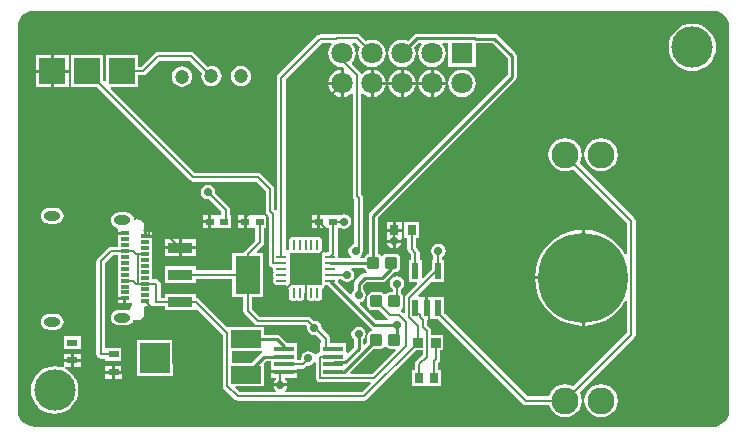
<source format=gtl>
G04 Layer_Physical_Order=1*
G04 Layer_Color=25308*
%FSLAX24Y24*%
%MOIN*%
G70*
G01*
G75*
%ADD10R,0.0354X0.0236*%
%ADD11R,0.0315X0.0354*%
%ADD12R,0.0320X0.0320*%
%ADD13R,0.0217X0.0550*%
%ADD14R,0.0827X0.1260*%
%ADD15R,0.0827X0.0354*%
%ADD16O,0.0354X0.0098*%
%ADD17O,0.0098X0.0354*%
%ADD18R,0.1063X0.1063*%
%ADD19R,0.0669X0.0177*%
G04:AMPARAMS|DCode=20|XSize=39.4mil|YSize=39.4mil|CornerRadius=4.9mil|HoleSize=0mil|Usage=FLASHONLY|Rotation=180.000|XOffset=0mil|YOffset=0mil|HoleType=Round|Shape=RoundedRectangle|*
%AMROUNDEDRECTD20*
21,1,0.0394,0.0295,0,0,180.0*
21,1,0.0295,0.0394,0,0,180.0*
1,1,0.0098,-0.0148,0.0148*
1,1,0.0098,0.0148,0.0148*
1,1,0.0098,0.0148,-0.0148*
1,1,0.0098,-0.0148,-0.0148*
%
%ADD20ROUNDEDRECTD20*%
%ADD21C,0.3000*%
%ADD22R,0.0276X0.0118*%
%ADD23R,0.0984X0.0984*%
%ADD24R,0.0984X0.0591*%
%ADD25R,0.0280X0.0240*%
%ADD26R,0.0295X0.0335*%
%ADD27C,0.0079*%
%ADD28C,0.0100*%
%ADD29C,0.0083*%
%ADD30R,0.0709X0.0709*%
%ADD31C,0.0709*%
%ADD32C,0.0900*%
%ADD33O,0.0551X0.0315*%
%ADD34R,0.0886X0.0886*%
%ADD35C,0.0472*%
%ADD36C,0.0276*%
%ADD37C,0.1378*%
%ADD38C,0.0197*%
G36*
X27068Y17759D02*
X27114Y17754D01*
X27206Y17742D01*
X27335Y17689D01*
X27446Y17604D01*
X27531Y17493D01*
X27585Y17363D01*
X27597Y17271D01*
X27602Y17225D01*
X27599Y17224D01*
Y17224D01*
X27599Y17178D01*
Y17178D01*
X27602Y4478D01*
X27599Y4429D01*
Y4429D01*
Y4429D01*
X27597Y4380D01*
X27597Y4380D01*
X27585Y4290D01*
X27531Y4161D01*
X27446Y4050D01*
X27335Y3965D01*
X27245Y3927D01*
X27197Y3914D01*
X27197D01*
X27197Y3914D01*
X27151Y3897D01*
X4428Y3895D01*
X4428Y3895D01*
X4382Y3899D01*
X4290Y3911D01*
X4161Y3965D01*
X4050Y4050D01*
X3965Y4161D01*
X3911Y4290D01*
X3900Y4379D01*
X3893Y4428D01*
X3897Y4429D01*
X3897Y4429D01*
X3897Y4476D01*
X3895Y17225D01*
X3895Y17225D01*
X3899Y17271D01*
X3911Y17363D01*
X3965Y17493D01*
X4050Y17604D01*
X4161Y17689D01*
X4290Y17742D01*
X4381Y17754D01*
X4430Y17756D01*
X4478Y17756D01*
X27021Y17759D01*
X27068Y17759D01*
X27068Y17759D01*
D02*
G37*
%LPC*%
G36*
X16387Y10027D02*
X16204D01*
X16213Y9984D01*
X16266Y9906D01*
X16344Y9853D01*
X16387Y9844D01*
Y10027D01*
D02*
G37*
G36*
X16670D02*
X16487D01*
Y9844D01*
X16530Y9853D01*
X16608Y9906D01*
X16661Y9984D01*
X16670Y10027D01*
D02*
G37*
G36*
X9261Y10139D02*
X8798D01*
Y9912D01*
X9261D01*
Y10139D01*
D02*
G37*
G36*
X22686Y10459D02*
X22485Y10443D01*
X22240Y10385D01*
X22008Y10288D01*
X21793Y10157D01*
X21601Y9993D01*
X21438Y9802D01*
X21306Y9587D01*
X21210Y9354D01*
X21151Y9109D01*
X21135Y8908D01*
X22686D01*
Y10459D01*
D02*
G37*
G36*
X9261Y9812D02*
X8798D01*
Y9585D01*
X9261D01*
Y9812D01*
D02*
G37*
G36*
X9824D02*
X9361D01*
Y9585D01*
X9824D01*
Y9812D01*
D02*
G37*
G36*
Y10139D02*
X9361D01*
Y9912D01*
X9824D01*
Y10139D01*
D02*
G37*
G36*
X16685Y10700D02*
X16487D01*
Y10483D01*
X16685D01*
Y10700D01*
D02*
G37*
G36*
X10242Y10678D02*
X10051D01*
Y10508D01*
X10242D01*
Y10678D01*
D02*
G37*
G36*
X10236Y11955D02*
X10143Y11937D01*
X10065Y11884D01*
X10012Y11805D01*
X9994Y11713D01*
X10012Y11620D01*
X10065Y11541D01*
X10143Y11489D01*
X10236Y11470D01*
X10268Y11477D01*
X10683Y11062D01*
Y10948D01*
X10342D01*
Y10728D01*
Y10508D01*
X11012D01*
Y10948D01*
X10971D01*
Y11122D01*
X10960Y11177D01*
X10929Y11224D01*
X10929Y11224D01*
X10472Y11680D01*
X10479Y11713D01*
X10460Y11805D01*
X10408Y11884D01*
X10329Y11937D01*
X10236Y11955D01*
D02*
G37*
G36*
X16685Y10383D02*
X16189D01*
Y10166D01*
X16189D01*
X16208Y10143D01*
X16204Y10127D01*
X16670D01*
X16666Y10143D01*
X16685Y10166D01*
X16685D01*
Y10383D01*
D02*
G37*
G36*
X8372Y10395D02*
X8184D01*
Y10286D01*
X8372D01*
Y10395D01*
D02*
G37*
G36*
X16387Y10700D02*
X16189D01*
Y10483D01*
X16387D01*
Y10700D01*
D02*
G37*
G36*
X7415Y8119D02*
X7227D01*
Y8010D01*
X7415D01*
Y8119D01*
D02*
G37*
G36*
X9057Y6773D02*
X7872D01*
Y5589D01*
X9057D01*
Y6773D01*
D02*
G37*
G36*
X7036Y5927D02*
X6809D01*
Y5759D01*
X7036D01*
Y5927D01*
D02*
G37*
G36*
X7364D02*
X7136D01*
Y5759D01*
X7364D01*
Y5927D01*
D02*
G37*
G36*
X23336Y5313D02*
X23193Y5294D01*
X23059Y5239D01*
X22944Y5151D01*
X22856Y5036D01*
X22800Y4902D01*
X22781Y4758D01*
X22800Y4615D01*
X22856Y4481D01*
X22944Y4366D01*
X23059Y4278D01*
X23193Y4222D01*
X23336Y4204D01*
X23480Y4222D01*
X23614Y4278D01*
X23728Y4366D01*
X23817Y4481D01*
X23872Y4615D01*
X23891Y4758D01*
X23872Y4902D01*
X23817Y5036D01*
X23728Y5151D01*
X23614Y5239D01*
X23480Y5294D01*
X23336Y5313D01*
D02*
G37*
G36*
X7036Y5659D02*
X6809D01*
Y5491D01*
X7036D01*
Y5659D01*
D02*
G37*
G36*
X7364D02*
X7136D01*
Y5491D01*
X7364D01*
Y5659D01*
D02*
G37*
G36*
X5659Y6052D02*
X5432D01*
Y5921D01*
Y5917D01*
Y5907D01*
X5432Y5903D01*
Y5900D01*
X5431Y5899D01*
X5431Y5899D01*
X5430Y5899D01*
X5430Y5898D01*
X5412Y5880D01*
X5364Y5868D01*
X5273Y5896D01*
X5118Y5911D01*
X4963Y5896D01*
X4815Y5851D01*
X4678Y5777D01*
X4558Y5679D01*
X4459Y5559D01*
X4386Y5422D01*
X4341Y5273D01*
X4325Y5118D01*
X4341Y4963D01*
X4386Y4815D01*
X4459Y4678D01*
X4558Y4558D01*
X4678Y4459D01*
X4815Y4386D01*
X4963Y4341D01*
X5118Y4325D01*
X5273Y4341D01*
X5422Y4386D01*
X5559Y4459D01*
X5679Y4558D01*
X5777Y4678D01*
X5851Y4815D01*
X5896Y4963D01*
X5911Y5118D01*
X5896Y5273D01*
X5851Y5422D01*
X5777Y5559D01*
X5679Y5679D01*
X5559Y5777D01*
X5484Y5817D01*
X5457Y5855D01*
X5463Y5877D01*
X5463Y5879D01*
X5464Y5882D01*
X5465Y5884D01*
X5465D01*
X5475Y5884D01*
X5475Y5884D01*
X5475Y5884D01*
X5659D01*
Y6052D01*
D02*
G37*
G36*
X5986Y6911D02*
X5432D01*
Y6475D01*
X5986D01*
Y6911D01*
D02*
G37*
G36*
X5157Y7646D02*
X4921D01*
X4854Y7637D01*
X4791Y7611D01*
X4738Y7569D01*
X4696Y7516D01*
X4670Y7453D01*
X4662Y7386D01*
X4670Y7319D01*
X4696Y7256D01*
X4738Y7202D01*
X4791Y7161D01*
X4854Y7135D01*
X4921Y7126D01*
X5157D01*
X5225Y7135D01*
X5287Y7161D01*
X5341Y7202D01*
X5382Y7256D01*
X5408Y7319D01*
X5417Y7386D01*
X5408Y7453D01*
X5382Y7516D01*
X5341Y7569D01*
X5287Y7611D01*
X5225Y7637D01*
X5157Y7646D01*
D02*
G37*
G36*
X22686Y8808D02*
X21135D01*
X21151Y8607D01*
X21210Y8362D01*
X21306Y8130D01*
X21438Y7915D01*
X21601Y7723D01*
X21793Y7560D01*
X22008Y7428D01*
X22240Y7332D01*
X22485Y7273D01*
X22686Y7257D01*
Y8808D01*
D02*
G37*
G36*
X5986Y6052D02*
X5759D01*
Y5884D01*
X5986D01*
Y6052D01*
D02*
G37*
G36*
X5659Y6320D02*
X5432D01*
Y6152D01*
X5659D01*
Y6320D01*
D02*
G37*
G36*
X5986D02*
X5759D01*
Y6152D01*
X5986D01*
Y6320D01*
D02*
G37*
G36*
X11326Y15912D02*
X11239Y15900D01*
X11157Y15867D01*
X11087Y15813D01*
X11033Y15742D01*
X10999Y15661D01*
X10987Y15573D01*
X10999Y15485D01*
X11033Y15403D01*
X11087Y15333D01*
X11157Y15279D01*
X11239Y15245D01*
X11326Y15234D01*
X11414Y15245D01*
X11496Y15279D01*
X11566Y15333D01*
X11620Y15403D01*
X11654Y15485D01*
X11666Y15573D01*
X11654Y15661D01*
X11620Y15742D01*
X11566Y15813D01*
X11496Y15867D01*
X11414Y15900D01*
X11326Y15912D01*
D02*
G37*
G36*
X15751Y15790D02*
Y15389D01*
X16152D01*
X16143Y15457D01*
X16098Y15568D01*
X16025Y15663D01*
X15930Y15735D01*
X15819Y15781D01*
X15751Y15790D01*
D02*
G37*
G36*
X16651D02*
X16582Y15781D01*
X16472Y15735D01*
X16377Y15663D01*
X16304Y15568D01*
X16258Y15457D01*
X16249Y15389D01*
X16651D01*
Y15790D01*
D02*
G37*
G36*
X9366Y15902D02*
X9279Y15890D01*
X9197Y15857D01*
X9127Y15803D01*
X9073Y15732D01*
X9039Y15651D01*
X9027Y15563D01*
X9039Y15475D01*
X9073Y15393D01*
X9127Y15323D01*
X9197Y15269D01*
X9279Y15235D01*
X9366Y15224D01*
X9454Y15235D01*
X9536Y15269D01*
X9606Y15323D01*
X9660Y15393D01*
X9694Y15475D01*
X9706Y15563D01*
X9694Y15651D01*
X9660Y15732D01*
X9606Y15803D01*
X9536Y15857D01*
X9454Y15890D01*
X9366Y15902D01*
D02*
G37*
G36*
X18152Y15289D02*
X17751D01*
Y14887D01*
X17819Y14896D01*
X17930Y14942D01*
X18025Y15015D01*
X18098Y15109D01*
X18143Y15220D01*
X18152Y15289D01*
D02*
G37*
G36*
X4991Y15698D02*
X4498D01*
Y15205D01*
X4991D01*
Y15698D01*
D02*
G37*
G36*
X5584D02*
X5091D01*
Y15205D01*
X5584D01*
Y15698D01*
D02*
G37*
G36*
X4991Y16291D02*
X4498D01*
Y15798D01*
X4991D01*
Y16291D01*
D02*
G37*
G36*
X5584D02*
X5091D01*
Y15798D01*
X5584D01*
Y16291D01*
D02*
G37*
G36*
X19117Y16996D02*
X17205D01*
X17147Y16984D01*
X17097Y16951D01*
X16896Y16750D01*
X16819Y16781D01*
X16701Y16797D01*
X16582Y16781D01*
X16472Y16735D01*
X16377Y16663D01*
X16304Y16568D01*
X16258Y16457D01*
X16243Y16339D01*
X16258Y16220D01*
X16304Y16109D01*
X16377Y16015D01*
X16472Y15942D01*
X16582Y15896D01*
X16701Y15880D01*
X16819Y15896D01*
X16930Y15942D01*
X17025Y16015D01*
X17098Y16109D01*
X17143Y16220D01*
X17159Y16339D01*
X17143Y16457D01*
X17112Y16533D01*
X17268Y16690D01*
X17335D01*
X17359Y16640D01*
X17304Y16568D01*
X17258Y16457D01*
X17243Y16339D01*
X17258Y16220D01*
X17304Y16109D01*
X17377Y16015D01*
X17472Y15942D01*
X17582Y15896D01*
X17701Y15880D01*
X17819Y15896D01*
X17930Y15942D01*
X18025Y16015D01*
X18098Y16109D01*
X18143Y16220D01*
X18159Y16339D01*
X18143Y16457D01*
X18098Y16568D01*
X18042Y16640D01*
X18067Y16690D01*
X18246D01*
Y15884D01*
X19155D01*
Y16678D01*
X19720D01*
X20221Y16177D01*
Y15615D01*
X15640Y11033D01*
X15607Y10984D01*
X15595Y10925D01*
Y9649D01*
X15542Y9639D01*
X15493Y9606D01*
X15460Y9556D01*
X15449Y9503D01*
X15315D01*
X15300Y9553D01*
X15329Y9573D01*
X15381Y9651D01*
X15400Y9744D01*
X15389Y9798D01*
X15398Y9843D01*
Y11516D01*
X15387Y11570D01*
X15356Y11616D01*
X15337Y11636D01*
Y14992D01*
X15387Y15007D01*
X15472Y14942D01*
X15582Y14896D01*
X15651Y14887D01*
Y15339D01*
Y15790D01*
X15582Y15781D01*
X15472Y15735D01*
X15377Y15663D01*
X15355Y15664D01*
X15322Y15673D01*
X15295Y15713D01*
X15023Y15985D01*
X15025Y16015D01*
X15098Y16109D01*
X15143Y16220D01*
X15159Y16339D01*
X15143Y16457D01*
X15098Y16568D01*
X15042Y16640D01*
X15067Y16690D01*
X15145D01*
X15293Y16542D01*
X15258Y16457D01*
X15243Y16339D01*
X15258Y16220D01*
X15304Y16109D01*
X15377Y16015D01*
X15472Y15942D01*
X15582Y15896D01*
X15701Y15880D01*
X15819Y15896D01*
X15930Y15942D01*
X16025Y16015D01*
X16098Y16109D01*
X16143Y16220D01*
X16159Y16339D01*
X16143Y16457D01*
X16098Y16568D01*
X16025Y16663D01*
X15930Y16735D01*
X15819Y16781D01*
X15701Y16797D01*
X15582Y16781D01*
X15497Y16746D01*
X15307Y16936D01*
X15260Y16967D01*
X15205Y16978D01*
X14495D01*
X14478Y16975D01*
X13976D01*
X13921Y16964D01*
X13874Y16933D01*
X12575Y15633D01*
X12544Y15587D01*
X12533Y15531D01*
Y11130D01*
X12483Y11109D01*
X12447Y11145D01*
Y11811D01*
X12436Y11866D01*
X12405Y11913D01*
X12011Y12307D01*
X11965Y12338D01*
X11909Y12349D01*
X9804D01*
X6994Y15159D01*
X7013Y15205D01*
X7903D01*
Y15604D01*
X8071D01*
X8126Y15615D01*
X8173Y15646D01*
X8623Y16096D01*
X9619D01*
X10029Y15686D01*
X10019Y15661D01*
X10007Y15573D01*
X10019Y15485D01*
X10053Y15403D01*
X10107Y15333D01*
X10177Y15279D01*
X10259Y15245D01*
X10346Y15234D01*
X10434Y15245D01*
X10516Y15279D01*
X10586Y15333D01*
X10640Y15403D01*
X10674Y15485D01*
X10686Y15573D01*
X10674Y15661D01*
X10640Y15742D01*
X10586Y15813D01*
X10516Y15867D01*
X10434Y15900D01*
X10346Y15912D01*
X10259Y15900D01*
X10233Y15890D01*
X9781Y16342D01*
X9734Y16373D01*
X9679Y16384D01*
X8563D01*
X8508Y16373D01*
X8461Y16342D01*
X8011Y15892D01*
X7903D01*
Y16291D01*
X6817D01*
Y15423D01*
X6767Y15401D01*
X6744Y15419D01*
Y16291D01*
X5658D01*
Y15205D01*
X6540D01*
X9642Y12103D01*
X9689Y12072D01*
X9744Y12061D01*
X11850D01*
X12159Y11751D01*
Y11085D01*
X12170Y11030D01*
X12191Y10998D01*
X12179Y10970D01*
X12179Y10970D01*
X12175Y10959D01*
X12174Y10957D01*
X12174Y10957D01*
X12174Y10956D01*
X12174Y10956D01*
X12174Y10956D01*
X12172Y10955D01*
X12171Y10954D01*
X12171Y10953D01*
X12168Y10950D01*
X12167Y10950D01*
X12167Y10949D01*
X12166Y10948D01*
X12165D01*
X12163D01*
X12157Y10948D01*
X12157D01*
X12157D01*
X12157D01*
X12154Y10948D01*
X12154D01*
X11523D01*
Y10728D01*
Y10508D01*
X11808D01*
Y10097D01*
X11453Y9742D01*
X11422Y9695D01*
X11420Y9687D01*
X11042D01*
Y9101D01*
X9824D01*
Y9234D01*
X8798D01*
Y8680D01*
X9824D01*
Y8813D01*
X11042D01*
Y8227D01*
X11411D01*
Y7750D01*
X11422Y7695D01*
X11453Y7648D01*
X11783Y7318D01*
X11830Y7287D01*
X11885Y7276D01*
X13500D01*
X13546Y7230D01*
X13537Y7185D01*
X13556Y7092D01*
X13608Y7014D01*
X13687Y6961D01*
X13780Y6943D01*
X13825Y6952D01*
X14016Y6760D01*
Y6675D01*
X13975D01*
Y6374D01*
X13970D01*
X13915Y6363D01*
X13868Y6332D01*
X13843Y6295D01*
X13806Y6288D01*
X13787Y6289D01*
X13751Y6341D01*
X13673Y6394D01*
X13580Y6412D01*
X13487Y6394D01*
X13409Y6341D01*
X13356Y6263D01*
X13338Y6170D01*
X13339Y6163D01*
X13301Y6119D01*
X13191D01*
Y6298D01*
Y6675D01*
X12874D01*
X12864Y6690D01*
X12635Y6919D01*
X12585Y6952D01*
X12526Y6964D01*
X12088D01*
Y7206D01*
X10904D01*
X10904Y7206D01*
Y7206D01*
X10860Y7224D01*
X9931Y8153D01*
X9884Y8184D01*
X9829Y8195D01*
X9824D01*
Y8328D01*
X8798D01*
Y8195D01*
X8654D01*
Y8661D01*
X8643Y8717D01*
X8612Y8763D01*
X8565Y8795D01*
X8510Y8806D01*
X8372D01*
Y8896D01*
Y9093D01*
Y9290D01*
Y9487D01*
Y9683D01*
Y9880D01*
Y10077D01*
Y10198D01*
X8134D01*
Y10236D01*
X8084D01*
Y10409D01*
X8064Y10445D01*
X8089Y10482D01*
X8106Y10571D01*
X8089Y10660D01*
X8038Y10735D01*
X7963Y10786D01*
X7874Y10803D01*
X7809Y10790D01*
X7759Y10818D01*
X7754Y10825D01*
X7751Y10847D01*
X7725Y10909D01*
X7684Y10963D01*
X7630Y11004D01*
X7567Y11030D01*
X7500Y11039D01*
X7264D01*
X7197Y11030D01*
X7134Y11004D01*
X7080Y10963D01*
X7039Y10909D01*
X7013Y10847D01*
X7004Y10780D01*
X7013Y10712D01*
X7039Y10650D01*
X7080Y10596D01*
X7134Y10555D01*
X7194Y10530D01*
X7227Y10494D01*
X7227D01*
Y10385D01*
X7465D01*
Y10297D01*
X7227D01*
Y10176D01*
Y9979D01*
Y9888D01*
X7000D01*
X6945Y9877D01*
X6898Y9846D01*
X6558Y9506D01*
X6527Y9459D01*
X6516Y9404D01*
Y6299D01*
X6527Y6244D01*
X6558Y6197D01*
X6605Y6166D01*
X6660Y6155D01*
X6809D01*
Y6081D01*
X7364D01*
Y6517D01*
X6809D01*
X6804Y6565D01*
Y9344D01*
X7060Y9600D01*
X7227D01*
Y9585D01*
Y9388D01*
Y9191D01*
Y8994D01*
Y8798D01*
Y8601D01*
Y8404D01*
Y8207D01*
Y8207D01*
X7465D01*
Y8169D01*
X7515D01*
Y8010D01*
X7654D01*
X7654D01*
X7654D01*
X7659Y8010D01*
X7696Y8009D01*
X7698Y8006D01*
X7702Y8000D01*
X7703Y8000D01*
X7703Y7999D01*
X7705Y7997D01*
X7709Y7968D01*
X7709Y7964D01*
X7709Y7964D01*
X7709Y7958D01*
X7702Y7948D01*
X7701Y7947D01*
D01*
X7659Y7884D01*
X7643Y7801D01*
X7635Y7792D01*
X7592Y7768D01*
X7567Y7778D01*
X7500Y7787D01*
X7264D01*
X7197Y7778D01*
X7134Y7752D01*
X7080Y7711D01*
X7039Y7657D01*
X7013Y7595D01*
X7004Y7528D01*
X7013Y7460D01*
X7039Y7398D01*
X7080Y7344D01*
X7134Y7303D01*
X7197Y7277D01*
X7264Y7268D01*
X7500D01*
X7567Y7277D01*
X7630Y7303D01*
X7684Y7344D01*
X7725Y7398D01*
X7739Y7433D01*
X7781Y7460D01*
X7801Y7459D01*
X7874Y7445D01*
X7963Y7462D01*
X8038Y7513D01*
X8089Y7588D01*
X8106Y7677D01*
Y7795D01*
X8093Y7862D01*
X8126Y7912D01*
X8372D01*
Y7918D01*
X8377Y7923D01*
X8422Y7940D01*
X8455Y7918D01*
X8510Y7907D01*
X8798D01*
Y7774D01*
X9824D01*
Y7786D01*
X9871Y7806D01*
X10736Y6940D01*
Y5250D01*
X10747Y5195D01*
X10778Y5148D01*
X11128Y4798D01*
X11175Y4767D01*
X11230Y4756D01*
X15427D01*
X15482Y4767D01*
X15529Y4798D01*
X17163Y6433D01*
X17386D01*
Y6280D01*
X17182Y6075D01*
X17150Y6029D01*
X17139Y5973D01*
Y5789D01*
X17026D01*
Y5235D01*
X18013D01*
Y5789D01*
X17900D01*
Y6010D01*
X17922Y6032D01*
X17953Y6079D01*
X17964Y6134D01*
Y6433D01*
X18080D01*
Y6953D01*
X17674D01*
Y7076D01*
X17663Y7131D01*
X17632Y7178D01*
X17546Y7263D01*
Y7445D01*
X17574Y7479D01*
X17901D01*
X20724Y4656D01*
X20770Y4625D01*
X20825Y4614D01*
X21601D01*
X21656Y4481D01*
X21744Y4366D01*
X21859Y4278D01*
X21993Y4222D01*
X22136Y4204D01*
X22280Y4222D01*
X22414Y4278D01*
X22528Y4366D01*
X22617Y4481D01*
X22672Y4615D01*
X22691Y4758D01*
X22672Y4902D01*
X22617Y5035D01*
X24442Y6860D01*
X24473Y6907D01*
X24484Y6962D01*
Y10754D01*
X24473Y10810D01*
X24442Y10856D01*
X22617Y12681D01*
X22672Y12815D01*
X22691Y12958D01*
X22672Y13102D01*
X22617Y13236D01*
X22528Y13351D01*
X22414Y13439D01*
X22280Y13494D01*
X22136Y13513D01*
X21993Y13494D01*
X21859Y13439D01*
X21744Y13351D01*
X21656Y13236D01*
X21600Y13102D01*
X21581Y12958D01*
X21600Y12815D01*
X21656Y12681D01*
X21744Y12566D01*
X21859Y12478D01*
X21993Y12422D01*
X22136Y12404D01*
X22280Y12422D01*
X22413Y12478D01*
X24196Y10695D01*
Y9634D01*
X24146Y9620D01*
X24035Y9802D01*
X23871Y9993D01*
X23680Y10157D01*
X23465Y10288D01*
X23232Y10385D01*
X22987Y10443D01*
X22786Y10459D01*
Y8858D01*
Y7257D01*
X22987Y7273D01*
X23232Y7332D01*
X23465Y7428D01*
X23680Y7560D01*
X23871Y7723D01*
X24035Y7915D01*
X24146Y8096D01*
X24196Y8082D01*
Y7022D01*
X22413Y5239D01*
X22280Y5294D01*
X22136Y5313D01*
X21993Y5294D01*
X21859Y5239D01*
X21744Y5151D01*
X21656Y5036D01*
X21601Y4902D01*
X20885D01*
X18102Y7686D01*
Y8229D01*
X17570D01*
Y7854D01*
X17470D01*
Y8229D01*
X17263D01*
X17244Y8276D01*
X17645Y8677D01*
X17685Y8700D01*
Y8700D01*
X17685Y8700D01*
X18102D01*
Y9450D01*
X18038D01*
Y9541D01*
X18085Y9573D01*
X18137Y9651D01*
X18156Y9744D01*
X18137Y9837D01*
X18085Y9916D01*
X18006Y9968D01*
X17913Y9987D01*
X17821Y9968D01*
X17742Y9916D01*
X17689Y9837D01*
X17671Y9744D01*
X17689Y9651D01*
X17742Y9573D01*
X17750Y9568D01*
Y9450D01*
X17685D01*
Y9124D01*
X17400Y8839D01*
X17354Y8858D01*
Y9450D01*
X17290D01*
Y9690D01*
X17279Y9745D01*
X17248Y9792D01*
X17172Y9868D01*
Y10166D01*
X17275D01*
Y10700D01*
X16780D01*
Y10166D01*
X16883D01*
Y9808D01*
X16894Y9753D01*
X16926Y9706D01*
X17002Y9630D01*
Y9450D01*
X16937D01*
Y8700D01*
X17196D01*
X17215Y8654D01*
X16834Y8273D01*
X16803Y8226D01*
X16792Y8171D01*
Y7691D01*
X16746Y7672D01*
X16696Y7722D01*
X16668Y7741D01*
X16665Y7796D01*
X16665Y7798D01*
X16692Y7816D01*
X16725Y7865D01*
X16737Y7923D01*
Y8219D01*
X16725Y8277D01*
X16692Y8326D01*
X16680Y8335D01*
Y8472D01*
X16707Y8490D01*
X16759Y8569D01*
X16778Y8661D01*
X16759Y8754D01*
X16707Y8833D01*
X16628Y8885D01*
X16535Y8904D01*
X16443Y8885D01*
X16364Y8833D01*
X16311Y8754D01*
X16293Y8661D01*
X16311Y8569D01*
X16364Y8490D01*
X16391Y8472D01*
Y8371D01*
X16289D01*
X16231Y8359D01*
X16182Y8326D01*
X16172Y8311D01*
X16112D01*
X16102Y8326D01*
X16052Y8359D01*
X15994Y8371D01*
X15699D01*
X15641Y8359D01*
X15591Y8326D01*
X15558Y8277D01*
X15547Y8219D01*
Y7923D01*
X15558Y7865D01*
X15591Y7816D01*
X15641Y7783D01*
X15699Y7771D01*
X15942D01*
X16195Y7518D01*
X16242Y7487D01*
X16244Y7486D01*
X16240Y7436D01*
X15831D01*
X15287Y7980D01*
X15303Y8035D01*
X15349Y8044D01*
X15427Y8096D01*
X15480Y8175D01*
X15498Y8268D01*
X15480Y8360D01*
X15427Y8439D01*
X15409Y8452D01*
Y8598D01*
X15516Y8705D01*
X16043D01*
X16102Y8717D01*
X16151Y8750D01*
X16447Y9045D01*
X16450Y9051D01*
X16486D01*
X16544Y9062D01*
X16594Y9095D01*
X16627Y9145D01*
X16638Y9203D01*
Y9498D01*
X16627Y9556D01*
X16594Y9606D01*
X16544Y9639D01*
X16486Y9650D01*
X16191D01*
X16133Y9639D01*
X16083Y9606D01*
X16073Y9591D01*
X16013D01*
X16003Y9606D01*
X15954Y9639D01*
X15901Y9649D01*
Y10862D01*
X20482Y15443D01*
X20515Y15493D01*
X20527Y15551D01*
Y16240D01*
X20515Y16299D01*
X20482Y16348D01*
X19892Y16939D01*
X19842Y16972D01*
X19783Y16984D01*
X19177D01*
X19176Y16984D01*
X19117Y16996D01*
D02*
G37*
G36*
X26378Y17328D02*
X26223Y17313D01*
X26075Y17268D01*
X25938Y17195D01*
X25817Y17096D01*
X25719Y16976D01*
X25646Y16839D01*
X25600Y16690D01*
X25585Y16535D01*
X25600Y16381D01*
X25646Y16232D01*
X25719Y16095D01*
X25817Y15975D01*
X25938Y15876D01*
X26075Y15803D01*
X26223Y15758D01*
X26378Y15743D01*
X26533Y15758D01*
X26681Y15803D01*
X26818Y15876D01*
X26939Y15975D01*
X27037Y16095D01*
X27110Y16232D01*
X27156Y16381D01*
X27171Y16535D01*
X27156Y16690D01*
X27110Y16839D01*
X27037Y16976D01*
X26939Y17096D01*
X26818Y17195D01*
X26681Y17268D01*
X26533Y17313D01*
X26378Y17328D01*
D02*
G37*
G36*
X16751Y15790D02*
Y15389D01*
X17152D01*
X17143Y15457D01*
X17098Y15568D01*
X17025Y15663D01*
X16930Y15735D01*
X16819Y15781D01*
X16751Y15790D01*
D02*
G37*
G36*
X17651D02*
X17582Y15781D01*
X17472Y15735D01*
X17377Y15663D01*
X17304Y15568D01*
X17258Y15457D01*
X17249Y15389D01*
X17651D01*
Y15790D01*
D02*
G37*
G36*
X17751D02*
Y15389D01*
X18152D01*
X18143Y15457D01*
X18098Y15568D01*
X18025Y15663D01*
X17930Y15735D01*
X17819Y15781D01*
X17751Y15790D01*
D02*
G37*
G36*
X11423Y10948D02*
X11233D01*
Y10778D01*
X11423D01*
Y10948D01*
D02*
G37*
G36*
X23336Y13513D02*
X23193Y13494D01*
X23059Y13439D01*
X22944Y13351D01*
X22856Y13236D01*
X22800Y13102D01*
X22781Y12958D01*
X22800Y12815D01*
X22856Y12681D01*
X22944Y12566D01*
X23059Y12478D01*
X23193Y12422D01*
X23336Y12404D01*
X23480Y12422D01*
X23614Y12478D01*
X23728Y12566D01*
X23817Y12681D01*
X23872Y12815D01*
X23891Y12958D01*
X23872Y13102D01*
X23817Y13236D01*
X23728Y13351D01*
X23614Y13439D01*
X23480Y13494D01*
X23336Y13513D01*
D02*
G37*
G36*
X18701Y15797D02*
X18582Y15781D01*
X18472Y15735D01*
X18377Y15663D01*
X18304Y15568D01*
X18258Y15457D01*
X18243Y15339D01*
X18258Y15220D01*
X18304Y15109D01*
X18377Y15015D01*
X18472Y14942D01*
X18582Y14896D01*
X18701Y14880D01*
X18819Y14896D01*
X18930Y14942D01*
X19025Y15015D01*
X19098Y15109D01*
X19143Y15220D01*
X19159Y15339D01*
X19143Y15457D01*
X19098Y15568D01*
X19025Y15663D01*
X18930Y15735D01*
X18819Y15781D01*
X18701Y15797D01*
D02*
G37*
G36*
X11423Y10678D02*
X11233D01*
Y10508D01*
X11423D01*
Y10678D01*
D02*
G37*
G36*
X5157Y11181D02*
X4921D01*
X4854Y11172D01*
X4791Y11146D01*
X4738Y11105D01*
X4696Y11051D01*
X4670Y10988D01*
X4662Y10921D01*
X4670Y10854D01*
X4696Y10791D01*
X4738Y10738D01*
X4791Y10696D01*
X4854Y10670D01*
X4921Y10662D01*
X5157D01*
X5225Y10670D01*
X5287Y10696D01*
X5341Y10738D01*
X5382Y10791D01*
X5408Y10854D01*
X5417Y10921D01*
X5408Y10988D01*
X5382Y11051D01*
X5341Y11105D01*
X5287Y11146D01*
X5225Y11172D01*
X5157Y11181D01*
D02*
G37*
G36*
X10242Y10948D02*
X10051D01*
Y10778D01*
X10242D01*
Y10948D01*
D02*
G37*
G36*
X17651Y15289D02*
X17249D01*
X17258Y15220D01*
X17304Y15109D01*
X17377Y15015D01*
X17472Y14942D01*
X17582Y14896D01*
X17651Y14887D01*
Y15289D01*
D02*
G37*
G36*
X17152D02*
X16751D01*
Y14887D01*
X16819Y14896D01*
X16930Y14942D01*
X17025Y15015D01*
X17098Y15109D01*
X17143Y15220D01*
X17152Y15289D01*
D02*
G37*
G36*
X16651D02*
X16249D01*
X16258Y15220D01*
X16304Y15109D01*
X16377Y15015D01*
X16472Y14942D01*
X16582Y14896D01*
X16651Y14887D01*
Y15289D01*
D02*
G37*
G36*
X16152D02*
X15751D01*
Y14887D01*
X15819Y14896D01*
X15930Y14942D01*
X16025Y15015D01*
X16098Y15109D01*
X16143Y15220D01*
X16152Y15289D01*
D02*
G37*
%LPD*%
G36*
X15460Y9145D02*
X15493Y9095D01*
X15542Y9062D01*
X15547Y9061D01*
X15542Y9011D01*
X15453D01*
X15424Y9005D01*
X15394Y9000D01*
X15394Y9000D01*
X15394Y9000D01*
X15375Y8987D01*
X15345Y8966D01*
X15148Y8770D01*
X15148Y8770D01*
X15148Y8770D01*
X15135Y8751D01*
X15115Y8720D01*
X15115Y8720D01*
X15115Y8720D01*
X15109Y8691D01*
X15103Y8661D01*
X15103Y8661D01*
X15103Y8661D01*
Y8452D01*
X15084Y8439D01*
X15032Y8360D01*
X15023Y8315D01*
X14969Y8299D01*
X14561Y8707D01*
X14571Y8760D01*
X14568Y8776D01*
X14600Y8815D01*
X14671D01*
X14691Y8785D01*
X14769Y8733D01*
X14862Y8714D01*
X14955Y8733D01*
X15034Y8785D01*
X15086Y8864D01*
X15105Y8957D01*
X15086Y9049D01*
X15034Y9128D01*
X15005Y9147D01*
X15020Y9197D01*
X15449D01*
X15460Y9145D01*
D02*
G37*
G36*
X12321Y6042D02*
Y5786D01*
Y5768D01*
X13191D01*
Y5786D01*
Y5830D01*
X13384D01*
X13440Y5841D01*
X13486Y5873D01*
X13548Y5934D01*
X13580Y5928D01*
X13673Y5946D01*
X13751Y5999D01*
X13776Y6035D01*
X13826Y6020D01*
Y5520D01*
X13837Y5465D01*
X13868Y5418D01*
X13915Y5387D01*
X13970Y5376D01*
X15634D01*
X15653Y5330D01*
X15367Y5044D01*
X12800D01*
X12785Y5094D01*
X12821Y5119D01*
X12874Y5197D01*
X12883Y5240D01*
X12417D01*
X12426Y5197D01*
X12479Y5119D01*
X12515Y5094D01*
X12500Y5044D01*
X11290D01*
X11145Y5188D01*
X11164Y5235D01*
X12088D01*
Y6006D01*
X12160Y6077D01*
X12321D01*
Y6042D01*
D02*
G37*
G36*
X14357Y16637D02*
X14304Y16568D01*
X14258Y16457D01*
X14243Y16339D01*
X14258Y16220D01*
X14304Y16109D01*
X14377Y16015D01*
X14472Y15942D01*
X14582Y15896D01*
X14701Y15880D01*
X14723Y15883D01*
X14768Y15838D01*
X14751Y15804D01*
Y15339D01*
Y14887D01*
X14819Y14896D01*
X14930Y14942D01*
X15002Y14997D01*
X15052Y14973D01*
Y11577D01*
X15063Y11523D01*
X15094Y11477D01*
X15114Y11457D01*
Y9978D01*
X15065Y9968D01*
X14986Y9916D01*
X14933Y9837D01*
X14915Y9744D01*
X14933Y9651D01*
X14986Y9573D01*
X15015Y9553D01*
X15000Y9503D01*
X14602D01*
X14570Y9542D01*
X14571Y9547D01*
X14560Y9605D01*
X14550Y9621D01*
X14557Y9660D01*
Y10508D01*
X14653D01*
X14653Y10508D01*
X14670Y10505D01*
X14671Y10504D01*
X14764Y10486D01*
X14857Y10504D01*
X14935Y10557D01*
X14988Y10636D01*
X15006Y10728D01*
X14988Y10821D01*
X14935Y10900D01*
X14857Y10952D01*
X14764Y10971D01*
X14671Y10952D01*
X14653Y10948D01*
Y10948D01*
X14653Y10948D01*
X13983D01*
Y10728D01*
Y10508D01*
X14269D01*
Y9720D01*
X14249Y9699D01*
X14163D01*
X14154Y9698D01*
X14116Y9729D01*
Y9785D01*
X14060D01*
X14028Y9824D01*
X14030Y9833D01*
Y10089D01*
X14019Y10147D01*
X13986Y10196D01*
X13936Y10229D01*
X13878Y10241D01*
X13820Y10229D01*
X13780Y10202D01*
X13739Y10229D01*
X13681Y10241D01*
X13623Y10229D01*
X13583Y10202D01*
X13542Y10229D01*
X13484Y10241D01*
X13426Y10229D01*
X13386Y10202D01*
X13346Y10229D01*
X13287Y10241D01*
X13229Y10229D01*
X13189Y10202D01*
X13149Y10229D01*
X13091Y10241D01*
X13032Y10229D01*
X12983Y10196D01*
X12950Y10147D01*
X12938Y10089D01*
Y9833D01*
X12940Y9824D01*
X12909Y9785D01*
X12853D01*
X12821Y9822D01*
Y15472D01*
X14036Y16687D01*
X14332D01*
X14357Y16637D01*
D02*
G37*
G36*
X16182Y6536D02*
X16231Y6503D01*
X16289Y6492D01*
X16472D01*
X16492Y6445D01*
X15710Y5664D01*
X15001D01*
X14982Y5710D01*
X15763Y6492D01*
X15994D01*
X16052Y6503D01*
X16102Y6536D01*
X16112Y6551D01*
X16172D01*
X16182Y6536D01*
D02*
G37*
G36*
X12024Y6408D02*
X12029Y6366D01*
X11988Y6338D01*
X11675Y6025D01*
X11024D01*
Y6416D01*
X12021D01*
X12024Y6408D01*
D02*
G37*
G36*
X12255Y10893D02*
Y9353D01*
X12266Y9298D01*
X12297Y9251D01*
X12300Y9248D01*
X12346Y9217D01*
X12358Y9215D01*
X12398Y9158D01*
X12397Y9154D01*
X12409Y9095D01*
X12436Y9055D01*
X12409Y9015D01*
X12397Y8957D01*
X12409Y8898D01*
X12436Y8858D01*
X12409Y8818D01*
X12397Y8760D01*
X12409Y8702D01*
X12442Y8652D01*
X12491Y8619D01*
X12549Y8608D01*
X12805D01*
X12814Y8609D01*
X12853Y8578D01*
Y8522D01*
X12908D01*
X12940Y8483D01*
X12938Y8474D01*
Y8219D01*
X12950Y8160D01*
X12983Y8111D01*
X13032Y8078D01*
X13091Y8066D01*
X13149Y8078D01*
X13189Y8105D01*
X13229Y8078D01*
X13287Y8066D01*
X13346Y8078D01*
X13386Y8105D01*
X13426Y8078D01*
X13434Y8076D01*
Y8192D01*
X13440Y8219D01*
Y8346D01*
X13529D01*
Y8219D01*
X13534Y8192D01*
Y8076D01*
X13542Y8078D01*
X13583Y8105D01*
X13623Y8078D01*
X13681Y8066D01*
X13739Y8078D01*
X13780Y8105D01*
X13820Y8078D01*
X13878Y8066D01*
X13936Y8078D01*
X13986Y8111D01*
X14019Y8160D01*
X14030Y8219D01*
Y8474D01*
X14028Y8483D01*
X14060Y8522D01*
X14116D01*
Y8578D01*
X14154Y8609D01*
X14163Y8608D01*
X14227D01*
X15660Y7175D01*
X15709Y7142D01*
X15714Y7141D01*
X15710Y7091D01*
X15699D01*
X15641Y7080D01*
X15591Y7047D01*
X15558Y6997D01*
X15547Y6939D01*
Y6708D01*
X15455Y6616D01*
X15409Y6635D01*
Y6804D01*
X15427Y6817D01*
X15480Y6895D01*
X15498Y6988D01*
X15480Y7081D01*
X15427Y7160D01*
X15349Y7212D01*
X15256Y7231D01*
X15163Y7212D01*
X15084Y7160D01*
X15032Y7081D01*
X15013Y6988D01*
X15032Y6895D01*
X15084Y6817D01*
X15103Y6804D01*
Y6562D01*
X14890Y6349D01*
X14844Y6368D01*
Y6675D01*
X14304D01*
Y6820D01*
X14293Y6875D01*
X14262Y6922D01*
X14018Y7166D01*
X14022Y7185D01*
X14004Y7278D01*
X13951Y7356D01*
X13872Y7409D01*
X13780Y7427D01*
X13760Y7424D01*
X13662Y7522D01*
X13615Y7553D01*
X13560Y7564D01*
X11945D01*
X11699Y7810D01*
Y8227D01*
X12069D01*
Y9687D01*
X11871D01*
X11852Y9733D01*
X12055Y9936D01*
X12086Y9982D01*
X12097Y10037D01*
Y10508D01*
X12193D01*
Y10874D01*
X12243Y10901D01*
X12255Y10893D01*
D02*
G37*
%LPC*%
G36*
X13883Y10678D02*
X13693D01*
Y10508D01*
X13883D01*
Y10678D01*
D02*
G37*
G36*
X14651Y15289D02*
X14249D01*
X14258Y15220D01*
X14304Y15109D01*
X14377Y15015D01*
X14472Y14942D01*
X14582Y14896D01*
X14651Y14887D01*
Y15289D01*
D02*
G37*
G36*
Y15790D02*
X14582Y15781D01*
X14472Y15735D01*
X14377Y15663D01*
X14304Y15568D01*
X14258Y15457D01*
X14249Y15389D01*
X14651D01*
Y15790D01*
D02*
G37*
G36*
X13883Y10948D02*
X13693D01*
Y10778D01*
X13883D01*
Y10948D01*
D02*
G37*
G36*
X13191Y5669D02*
X12321D01*
Y5530D01*
X12491D01*
X12506Y5480D01*
X12479Y5461D01*
X12426Y5383D01*
X12417Y5340D01*
X12883D01*
X12874Y5383D01*
X12821Y5461D01*
X12794Y5480D01*
X12809Y5530D01*
X13191D01*
Y5669D01*
D02*
G37*
%LPD*%
D10*
X5709Y6102D02*
D03*
Y6693D02*
D03*
X7086Y5709D02*
D03*
Y6299D02*
D03*
D11*
X17756Y5512D02*
D03*
X17283D02*
D03*
D12*
X17220Y6693D02*
D03*
X17820D02*
D03*
D13*
X17146Y7854D02*
D03*
X17520D02*
D03*
X17894D02*
D03*
Y9075D02*
D03*
X17146D02*
D03*
D14*
X11555Y8957D02*
D03*
D15*
X9311Y8051D02*
D03*
Y8957D02*
D03*
Y9862D02*
D03*
D16*
X12677Y9547D02*
D03*
Y9350D02*
D03*
Y9154D02*
D03*
Y8957D02*
D03*
Y8760D02*
D03*
X14291D02*
D03*
Y8957D02*
D03*
Y9154D02*
D03*
Y9350D02*
D03*
Y9547D02*
D03*
D17*
X13091Y8346D02*
D03*
X13287D02*
D03*
X13484D02*
D03*
X13681D02*
D03*
X13878D02*
D03*
Y9961D02*
D03*
X13681D02*
D03*
X13484D02*
D03*
X13287D02*
D03*
X13091D02*
D03*
D18*
X13484Y9154D02*
D03*
D19*
X12756Y6486D02*
D03*
Y6230D02*
D03*
Y5974D02*
D03*
Y5719D02*
D03*
X14409Y6486D02*
D03*
Y6230D02*
D03*
Y5974D02*
D03*
Y5719D02*
D03*
D20*
X16339Y9350D02*
D03*
X15748D02*
D03*
X15846Y8071D02*
D03*
X16437D02*
D03*
X15846Y6791D02*
D03*
X16437D02*
D03*
D21*
X22736Y8858D02*
D03*
D22*
X8134Y10236D02*
D03*
Y10039D02*
D03*
Y9843D02*
D03*
Y9646D02*
D03*
Y9449D02*
D03*
Y9252D02*
D03*
Y9055D02*
D03*
Y8858D02*
D03*
Y8661D02*
D03*
Y8465D02*
D03*
Y8268D02*
D03*
Y8071D02*
D03*
X7465Y8169D02*
D03*
Y8366D02*
D03*
Y8563D02*
D03*
Y8760D02*
D03*
Y8957D02*
D03*
Y9154D02*
D03*
Y9350D02*
D03*
Y9547D02*
D03*
Y9744D02*
D03*
Y9941D02*
D03*
Y10138D02*
D03*
Y10335D02*
D03*
D23*
X8465Y6181D02*
D03*
D24*
X11496Y6811D02*
D03*
Y5630D02*
D03*
D25*
X13933Y10728D02*
D03*
X14413D02*
D03*
X11473D02*
D03*
X11953D02*
D03*
X10292D02*
D03*
X10771D02*
D03*
D26*
X17028Y10433D02*
D03*
X16437D02*
D03*
D27*
X14291Y8957D02*
X14291Y8957D01*
X14862D01*
X15157Y9744D02*
X15256Y9843D01*
Y11516D01*
X15194Y11577D02*
X15256Y11516D01*
X15194Y11577D02*
Y15613D01*
X14701Y16106D02*
X15194Y15613D01*
X14701Y16106D02*
Y16339D01*
D28*
X14291Y9350D02*
X15748D01*
Y10925D01*
X20374Y15551D01*
Y16240D01*
X19783Y16831D02*
X20374Y16240D01*
X19129Y16831D02*
X19783D01*
X19117Y16843D02*
X19129Y16831D01*
X17205Y16843D02*
X19117D01*
X16701Y16339D02*
X17205Y16843D01*
X11496Y6811D02*
X12526D01*
X12756Y6582D01*
X12096Y6230D02*
X12756D01*
X11496Y5630D02*
X12096Y6230D01*
X16535Y6890D02*
Y7283D01*
X16437Y6791D02*
X16535Y6890D01*
X15768Y7283D02*
X16535D01*
X14291Y8760D02*
X15768Y7283D01*
X14409Y5974D02*
X14467Y6032D01*
X14790D01*
X14409Y5719D02*
X14774D01*
X15846Y6791D01*
X15256Y6498D02*
Y6988D01*
X14790Y6032D02*
X15256Y6498D01*
Y8268D02*
Y8661D01*
X15453Y8858D01*
X16339Y9154D02*
Y9350D01*
X16043Y8858D02*
X16339Y9154D01*
X15453Y8858D02*
X16043D01*
D29*
X16701Y15339D02*
X17701D01*
X15701D02*
X16701D01*
X14413Y10728D02*
X14413Y10728D01*
X14764D01*
X16437Y8071D02*
X16535Y8169D01*
Y8661D01*
X13560Y7420D02*
X14160Y6820D01*
Y6486D02*
Y6820D01*
X13484Y9154D02*
X14173Y9843D01*
X13933Y10728D02*
X14173Y10488D01*
Y9843D02*
Y10488D01*
X9744Y12205D02*
X11909D01*
X12303Y11811D01*
Y11085D02*
Y11811D01*
X12402Y9350D02*
X12677D01*
X12402Y9350D02*
X12402Y9350D01*
X12399Y9353D02*
X12402Y9350D01*
X12399Y9353D02*
Y10990D01*
X12303Y11085D02*
X12399Y10990D01*
X6201Y15748D02*
X9744Y12205D01*
X10827Y11122D02*
X10827D01*
X10236Y11713D02*
X10827Y11122D01*
X8260Y10236D02*
Y10943D01*
Y10913D02*
Y10943D01*
Y10913D02*
X9311Y9862D01*
X17840Y9075D02*
X17894D01*
X16936Y8171D02*
X17840Y9075D01*
X16936Y7537D02*
Y8171D01*
Y7537D02*
X17220Y7254D01*
Y6693D02*
Y7254D01*
X17585Y7285D02*
Y7789D01*
X17520Y7854D02*
X17585Y7789D01*
X16297Y7620D02*
X16594D01*
X16820Y7394D01*
Y6570D02*
Y7394D01*
X17310Y7537D02*
X17402Y7445D01*
Y7203D02*
Y7445D01*
X17185Y7661D02*
Y7815D01*
X17146Y7854D02*
X17185Y7815D01*
X17310Y7537D02*
Y7646D01*
X17295Y7661D02*
X17310Y7646D01*
X17585Y7285D02*
X17650Y7220D01*
X17402Y7203D02*
X17530Y7076D01*
X17185Y7661D02*
X17295D01*
X17894Y9724D02*
X17913Y9744D01*
X17894Y9075D02*
Y9724D01*
X12677Y9547D02*
Y15531D01*
X13976Y16831D01*
X14492D01*
X14495Y16834D01*
X15205D01*
X15701Y16339D01*
X14354Y14992D02*
X14701Y15339D01*
X14354Y11691D02*
Y14992D01*
X10771Y10728D02*
X10827Y10784D01*
Y11122D01*
X9679Y16240D02*
X10346Y15573D01*
X8563Y16240D02*
X9679D01*
X8071Y15748D02*
X8563Y16240D01*
X7360Y15748D02*
X8071D01*
X6852Y10335D02*
Y11191D01*
X5041Y12736D02*
X6852Y10925D01*
X5041Y12736D02*
Y15748D01*
X7150Y6950D02*
X9060D01*
X10880Y5250D02*
X11230Y4900D01*
X8510Y8051D02*
Y8661D01*
X10880Y5250D02*
Y7000D01*
X8134Y8661D02*
X8510D01*
Y8051D02*
X9311D01*
X11885Y7420D02*
X13560D01*
X11555Y8957D02*
Y9640D01*
Y7750D02*
Y8957D01*
X9311D02*
X11555D01*
X13268Y8937D02*
Y9370D01*
Y8937D02*
X13484Y8720D01*
X12650Y5290D02*
Y5719D01*
X10290Y10350D02*
Y10728D01*
X6852Y10335D02*
X7220D01*
X6470Y5970D02*
Y9585D01*
X9311Y8051D02*
X9829D01*
X10880Y7000D01*
X11230Y4900D02*
X15427D01*
X17220Y6693D01*
X17530Y6220D02*
Y7076D01*
X17283Y5973D02*
X17530Y6220D01*
X17283Y5512D02*
Y5973D01*
X17146Y9075D02*
Y9690D01*
X17028Y9808D02*
X17146Y9690D01*
X17028Y9808D02*
Y10433D01*
X17756Y5512D02*
Y6070D01*
X17820Y6134D01*
Y6693D01*
X11555Y9640D02*
X11953Y10037D01*
Y10728D01*
X12756Y6486D02*
Y6582D01*
X7890Y8661D02*
X8134D01*
X7890D02*
Y9646D01*
X8134D01*
X11473Y10350D02*
Y10728D01*
X10290D02*
X10292D01*
X14291Y9547D02*
X14300D01*
X14413Y9660D01*
Y10728D01*
X6850Y7769D02*
X7250Y8169D01*
X6850Y7040D02*
X7370Y6520D01*
Y5709D02*
Y6520D01*
X7086Y5709D02*
X7370D01*
X9311Y9862D02*
X10000D01*
X10292Y10154D01*
X13484Y9154D02*
X13701Y8937D01*
X13484Y9154D02*
Y9154D01*
X13933Y11270D02*
X14354Y11691D01*
X13933Y10728D02*
Y11270D01*
X12756Y5974D02*
X13384D01*
X13580Y6170D01*
X11555Y7750D02*
X11885Y7420D01*
X14160Y6486D02*
X14409D01*
X13484Y8346D02*
Y8720D01*
X6852Y11191D02*
X8012D01*
X8260Y10943D01*
X8134Y10236D02*
X8260D01*
X19328Y8858D02*
X22736D01*
X18760Y8290D02*
X19328Y8858D01*
X17520Y8290D02*
X18760D01*
X17520Y7854D02*
Y8290D01*
X17650Y7220D02*
X18000D01*
X18250Y6970D01*
Y5390D02*
Y6970D01*
X17570Y4710D02*
X18250Y5390D01*
X10350Y4710D02*
X17570D01*
X9060Y6000D02*
X10350Y4710D01*
X9060Y6000D02*
Y6950D01*
X6850Y7250D02*
X7150Y6950D01*
X7250Y8169D02*
X7465D01*
X20825Y4758D02*
X22136D01*
X17894Y7690D02*
X20825Y4758D01*
X17894Y7690D02*
Y7854D01*
X7000Y9744D02*
X7465D01*
X6660Y9404D02*
X7000Y9744D01*
X6660Y6299D02*
Y9404D01*
Y6299D02*
X7086D01*
X6470Y9585D02*
X7220Y10335D01*
X6470Y5970D02*
X6731Y5709D01*
X7086D01*
X12861Y8530D02*
X13268Y8937D01*
X12350Y8530D02*
X12861D01*
X12216Y8664D02*
X12350Y8530D01*
X12216Y8664D02*
Y10914D01*
X12000Y11130D02*
X12216Y10914D01*
X11750Y11130D02*
X12000D01*
X11473Y10853D02*
X11750Y11130D01*
X11473Y10728D02*
Y10853D01*
X7465Y8760D02*
X7750D01*
X7848Y8661D01*
X15846Y8071D02*
X16297Y7620D01*
X15770Y5520D02*
X16820Y6570D01*
X13970Y5520D02*
X15770D01*
X13970D02*
Y6230D01*
X14409D01*
X7465Y9744D02*
X7740D01*
X7838Y9646D01*
X22136Y12958D02*
X24340Y10754D01*
Y6962D02*
Y10754D01*
X22136Y4758D02*
X24340Y6962D01*
X12650Y5719D02*
X12756D01*
X16437Y10077D02*
Y10433D01*
X7848Y8661D02*
X7890D01*
X7838Y9646D02*
X7890D01*
X6731Y5709D02*
X6890D01*
X6850Y7040D02*
Y7250D01*
Y7769D01*
X7220Y10335D02*
X7465D01*
X10292Y10154D02*
Y10350D01*
Y10728D01*
X10290Y10350D02*
X10292D01*
X11473D01*
X8563Y6950D02*
Y7642D01*
X8134Y8071D02*
X8563Y7642D01*
D30*
X18701Y16339D02*
D03*
D31*
Y15339D02*
D03*
X17701Y16339D02*
D03*
Y15339D02*
D03*
X16701Y16339D02*
D03*
Y15339D02*
D03*
X15701Y16339D02*
D03*
Y15339D02*
D03*
X14701Y16339D02*
D03*
Y15339D02*
D03*
D32*
X22136Y12958D02*
D03*
X23336D02*
D03*
Y4758D02*
D03*
X22136D02*
D03*
D33*
X7382Y10780D02*
D03*
Y7528D02*
D03*
X5039Y10921D02*
D03*
Y7386D02*
D03*
D34*
X7360Y15748D02*
D03*
X6201D02*
D03*
X5041D02*
D03*
D35*
X9366Y15563D02*
D03*
X10346Y15573D02*
D03*
X11326D02*
D03*
D36*
X14862Y8957D02*
D03*
X15157Y9744D02*
D03*
X14764Y10728D02*
D03*
X16535Y8661D02*
D03*
X13780Y7185D02*
D03*
X10236Y11713D02*
D03*
X17913Y9744D02*
D03*
X16535Y7283D02*
D03*
X15256Y6988D02*
D03*
Y8268D02*
D03*
X13580Y6170D02*
D03*
X12650Y5290D02*
D03*
X16437Y10077D02*
D03*
D37*
X5118Y5118D02*
D03*
X26378Y16535D02*
D03*
D38*
X13268Y9370D02*
D03*
X13701D02*
D03*
X13268Y8937D02*
D03*
X13701D02*
D03*
M02*

</source>
